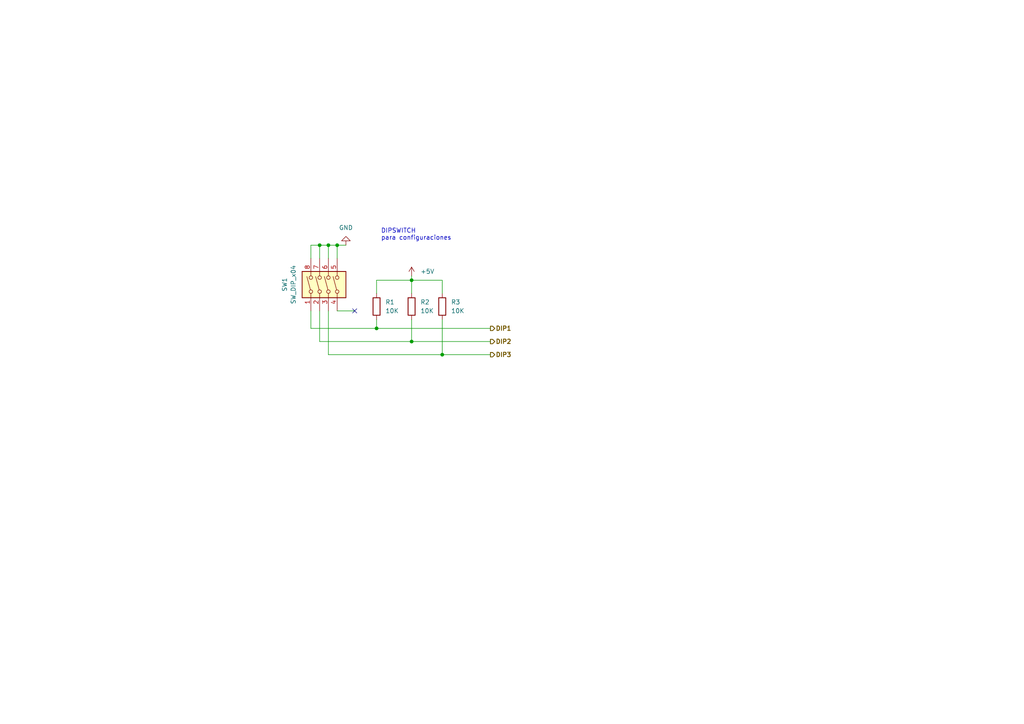
<source format=kicad_sch>
(kicad_sch (version 20211123) (generator eeschema)
  (paper "A4")
  (lib_symbols
    (symbol "Device:R" (pin_numbers hide) (pin_names (offset 0))
      (property "Reference" "R" (at 2.032 0 90))
      (property "Value" "R" (at 0 0 90))
      (symbol "R_0_1"
        (rectangle (start -1.016 -2.54) (end 1.016 2.54) (stroke (width 0.254)))
      )
      (symbol "R_1_1"
        (pin passive line (at 0 3.81 270) (length 1.27) (name "~") (number "1"))
        (pin passive line (at 0 -3.81 90) (length 1.27) (name "~") (number "2"))
      )
    )
    (symbol "Switch:SW_DIP_x04" (pin_names (offset 0) hide)
      (property "Reference" "SW" (at 0 8.89 0))
      (property "Value" "SW_DIP_x04" (at 0 -6.35 0))
      (symbol "SW_DIP_x04_0_0"
        (circle (center -2.032 -2.54) (radius 0.508))
        (circle (center -2.032 0) (radius 0.508))
        (circle (center -2.032 2.54) (radius 0.508))
        (circle (center -2.032 5.08) (radius 0.508))
        (polyline (pts (xy -1.524 -2.3876) (xy 2.3622 -1.3462)))
        (polyline (pts (xy -1.524 0.127) (xy 2.3622 1.1684)))
        (polyline (pts (xy -1.524 2.667) (xy 2.3622 3.7084)))
        (polyline (pts (xy -1.524 5.207) (xy 2.3622 6.2484)))
        (circle (center 2.032 -2.54) (radius 0.508))
        (circle (center 2.032 0) (radius 0.508))
        (circle (center 2.032 2.54) (radius 0.508))
        (circle (center 2.032 5.08) (radius 0.508))
      )
      (symbol "SW_DIP_x04_0_1"
        (rectangle (start -3.81 7.62) (end 3.81 -5.08) (stroke (width 0.254)) (fill (type background)))
      )
      (symbol "SW_DIP_x04_1_1"
        (pin passive line (at -7.62 5.08 0) (length 5.08) (name "~") (number "1"))
        (pin passive line (at -7.62 2.54 0) (length 5.08) (name "~") (number "2"))
        (pin passive line (at -7.62 0 0) (length 5.08) (name "~") (number "3"))
        (pin passive line (at -7.62 -2.54 0) (length 5.08) (name "~") (number "4"))
        (pin passive line (at 7.62 -2.54 180) (length 5.08) (name "~") (number "5"))
        (pin passive line (at 7.62 0 180) (length 5.08) (name "~") (number "6"))
        (pin passive line (at 7.62 2.54 180) (length 5.08) (name "~") (number "7"))
        (pin passive line (at 7.62 5.08 180) (length 5.08) (name "~") (number "8"))
      )
    )
    (symbol "power:+5V" (power) (pin_names (offset 0))
      (property "Value" "+5V" (at 0 3.556 0))
      (symbol "+5V_0_1"
        (polyline (pts (xy -0.762 1.27) (xy 0 2.54)))
        (polyline (pts (xy 0 0) (xy 0 2.54)))
        (polyline (pts (xy 0 2.54) (xy 0.762 1.27)))
      )
      (symbol "+5V_1_1"
        (pin power_in line (at 0 0 90) (length 0) hide (name "+5V") (number "1"))
      )
    )
    (symbol "power:GND" (power) (pin_names (offset 0))
      (property "Value" "GND" (at 0 -3.81 0))
      (symbol "GND_0_1"
        (polyline (pts (xy 0 0) (xy 0 -1.27) (xy 1.27 -1.27) (xy 0 -2.54) (xy -1.27 -1.27) (xy 0 -1.27)))
      )
      (symbol "GND_1_1"
        (pin power_in line (at 0 0 270) (length 0) hide (name "GND") (number "1"))
      )
    )
  )
  (junction (at 92.71 71.12))
  (junction (at 95.25 71.12))
  (junction (at 128.27 102.87))
  (junction (at 119.38 99.06))
  (junction (at 119.38 81.28))
  (junction (at 109.22 95.25))
  (junction (at 97.79 71.12))
  (no_connect (at 102.87 90.17))
  (wire (pts (xy 95.25 71.12) (xy 97.79 71.12)))
  (wire (pts (xy 109.22 81.28) (xy 119.38 81.28)))
  (wire (pts (xy 90.17 71.12) (xy 92.71 71.12)))
  (wire (pts (xy 90.17 74.93) (xy 90.17 71.12)))
  (wire (pts (xy 95.25 74.93) (xy 95.25 71.12)))
  (wire (pts (xy 119.38 92.71) (xy 119.38 99.06)))
  (wire (pts (xy 119.38 99.06) (xy 142.24 99.06)))
  (wire (pts (xy 95.25 102.87) (xy 128.27 102.87)))
  (wire (pts (xy 109.22 81.28) (xy 109.22 85.09)))
  (wire (pts (xy 92.71 90.17) (xy 92.71 99.06)))
  (wire (pts (xy 95.25 90.17) (xy 95.25 102.87)))
  (wire (pts (xy 92.71 99.06) (xy 119.38 99.06)))
  (wire (pts (xy 97.79 71.12) (xy 97.79 74.93)))
  (wire (pts (xy 90.17 95.25) (xy 109.22 95.25)))
  (wire (pts (xy 128.27 92.71) (xy 128.27 102.87)))
  (wire (pts (xy 90.17 90.17) (xy 90.17 95.25)))
  (wire (pts (xy 128.27 102.87) (xy 142.24 102.87)))
  (wire (pts (xy 109.22 92.71) (xy 109.22 95.25)))
  (wire (pts (xy 128.27 85.09) (xy 128.27 81.28)))
  (wire (pts (xy 92.71 74.93) (xy 92.71 71.12)))
  (wire (pts (xy 128.27 81.28) (xy 119.38 81.28)))
  (wire (pts (xy 119.38 80.01) (xy 119.38 81.28)))
  (wire (pts (xy 92.71 71.12) (xy 95.25 71.12)))
  (wire (pts (xy 97.79 90.17) (xy 102.87 90.17)))
  (wire (pts (xy 100.33 71.12) (xy 97.79 71.12)))
  (wire (pts (xy 119.38 81.28) (xy 119.38 85.09)))
  (wire (pts (xy 109.22 95.25) (xy 142.24 95.25)))
  (text "DIPSWITCH \npara configuraciones" (at 110.49 69.85 0) (effects (font (size 1.27 1.27)) (justify left bottom)))
  (hierarchical_label "DIP1" (shape output) (at 142.24 95.25 0) (effects (font bold)))
  (hierarchical_label "DIP2" (shape output) (at 142.24 99.06 0) (effects (font bold)))
  (hierarchical_label "DIP3" (shape output) (at 142.24 102.87 0) (effects (font bold)))
  (symbol (lib_id "Switch:SW_DIP_x04") (at 95.25 82.55 90) (unit 1)
    (property "Reference" "SW1" (at 82.55 82.55 0))
    (property "Value" "SW_DIP_x04" (at 85.09 82.55 0))
    (property "Footprint" "Button_Switch_SMD:SW_DIP_SPSTx04_Slide_9.78x12.34mm_W8.61mm_P2.54mm" (effects hide))
  )
  (symbol (lib_id "Device:R") (at 109.22 88.9 0) (unit 1)
    (property "Reference" "R1" (at 111.76 87.6299 0) (effects (justify left)))
    (property "Value" "10K" (at 111.76 90.1699 0) (effects (justify left)))
    (property "Footprint" "Resistor_SMD:R_0201_0603Metric" (effects hide))
  )
  (symbol (lib_id "Device:R") (at 128.27 88.9 0) (unit 1)
    (property "Reference" "R3" (at 130.81 87.6299 0) (effects (justify left)))
    (property "Value" "10K" (at 130.81 90.1699 0) (effects (justify left)))
    (property "Footprint" "Resistor_SMD:R_0201_0603Metric" (effects hide))
  )
  (symbol (lib_id "power:+5V") (at 119.38 80.01 0) (unit 1)
    (property "Reference" "#PWR02" (effects hide))
    (property "Value" "+5V" (at 121.92 78.7399 0) (effects (justify left)))
  )
  (symbol (lib_id "Device:R") (at 119.38 88.9 0) (unit 1)
    (property "Reference" "R2" (at 121.92 87.6299 0) (effects (justify left)))
    (property "Value" "10K" (at 121.92 90.1699 0) (effects (justify left)))
    (property "Footprint" "Resistor_SMD:R_0201_0603Metric" (effects hide))
  )
  (symbol (lib_id "power:GND") (at 100.33 71.12 180) (unit 1)
    (property "Reference" "#PWR01" (effects hide))
    (property "Value" "GND" (at 100.33 66.04 0))
  )
)
</source>
